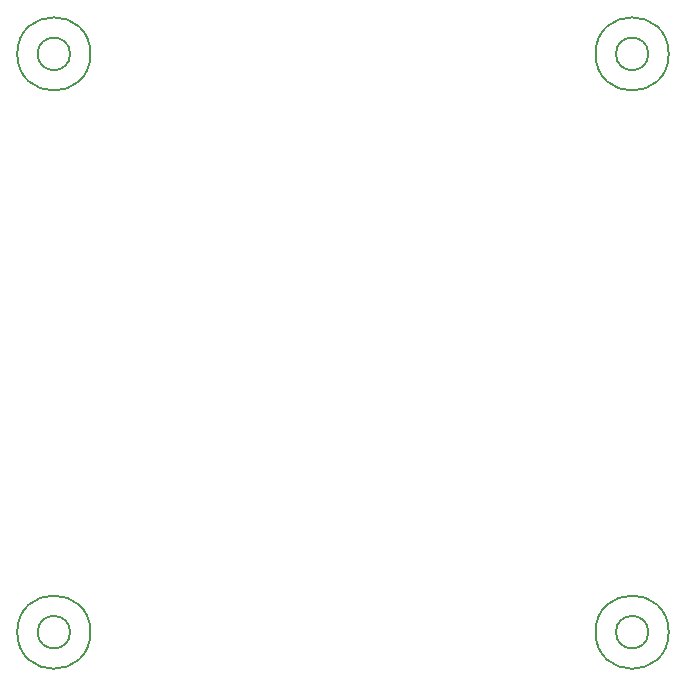
<source format=gbr>
%TF.GenerationSoftware,KiCad,Pcbnew,8.0.6*%
%TF.CreationDate,2024-10-19T21:44:57+02:00*%
%TF.ProjectId,595-PM-EXT,3539352d-504d-42d4-9558-542e6b696361,rev?*%
%TF.SameCoordinates,Original*%
%TF.FileFunction,AssemblyDrawing,Bot*%
%FSLAX46Y46*%
G04 Gerber Fmt 4.6, Leading zero omitted, Abs format (unit mm)*
G04 Created by KiCad (PCBNEW 8.0.6) date 2024-10-19 21:44:57*
%MOMM*%
%LPD*%
G01*
G04 APERTURE LIST*
%ADD10C,0.150000*%
G04 APERTURE END LIST*
D10*
%TO.C,*%
X106400000Y-53040000D02*
G75*
G02*
X100200000Y-53040000I-3100000J0D01*
G01*
X100200000Y-53040000D02*
G75*
G02*
X106400000Y-53040000I3100000J0D01*
G01*
X104675000Y-53040000D02*
G75*
G02*
X101925000Y-53040000I-1375000J0D01*
G01*
X101925000Y-53040000D02*
G75*
G02*
X104675000Y-53040000I1375000J0D01*
G01*
X155360000Y-53040000D02*
G75*
G02*
X149160000Y-53040000I-3100000J0D01*
G01*
X149160000Y-53040000D02*
G75*
G02*
X155360000Y-53040000I3100000J0D01*
G01*
X153635000Y-53040000D02*
G75*
G02*
X150885000Y-53040000I-1375000J0D01*
G01*
X150885000Y-53040000D02*
G75*
G02*
X153635000Y-53040000I1375000J0D01*
G01*
X155360000Y-102000000D02*
G75*
G02*
X149160000Y-102000000I-3100000J0D01*
G01*
X149160000Y-102000000D02*
G75*
G02*
X155360000Y-102000000I3100000J0D01*
G01*
X153635000Y-102000000D02*
G75*
G02*
X150885000Y-102000000I-1375000J0D01*
G01*
X150885000Y-102000000D02*
G75*
G02*
X153635000Y-102000000I1375000J0D01*
G01*
X106400000Y-102000000D02*
G75*
G02*
X100200000Y-102000000I-3100000J0D01*
G01*
X100200000Y-102000000D02*
G75*
G02*
X106400000Y-102000000I3100000J0D01*
G01*
X104675000Y-102000000D02*
G75*
G02*
X101925000Y-102000000I-1375000J0D01*
G01*
X101925000Y-102000000D02*
G75*
G02*
X104675000Y-102000000I1375000J0D01*
G01*
%TD*%
M02*

</source>
